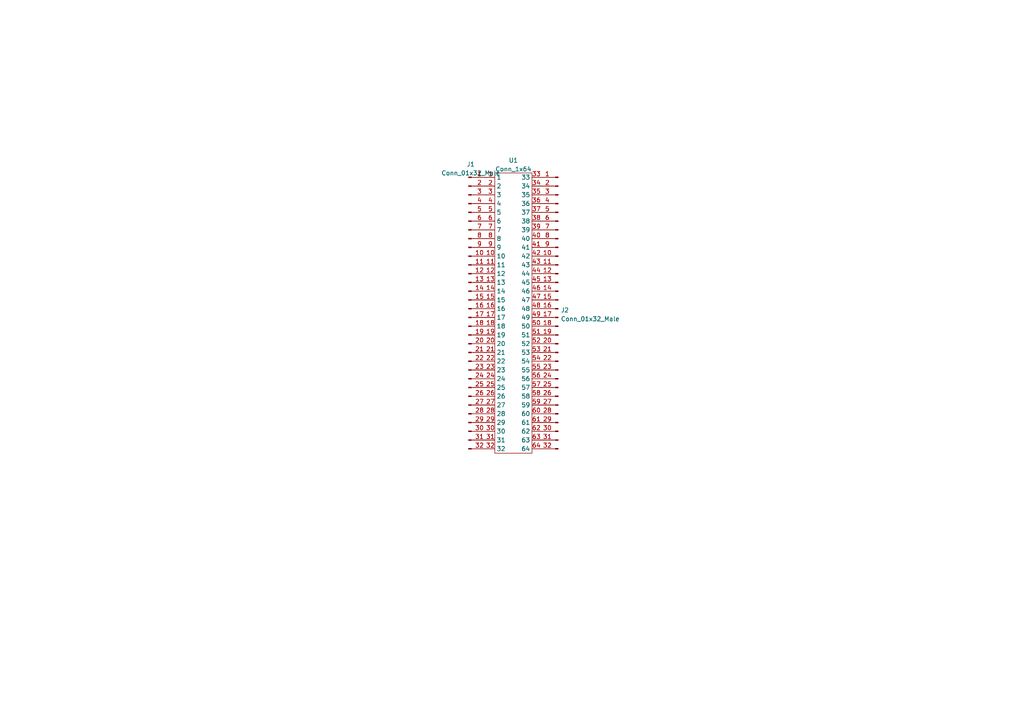
<source format=kicad_sch>
(kicad_sch (version 20211123) (generator eeschema)
  (paper "A4")
  (lib_symbols
    (symbol "Connector:Conn_01x32_Male" (pin_names (offset 1.016) hide)
      (property "Reference" "J" (at 0 40.64 0))
      (property "Value" "Conn_01x32_Male" (at 0 -43.18 0))
      (symbol "Conn_01x32_Male_1_1"
        (polyline (pts (xy 1.27 -40.64) (xy 0.8636 -40.64)) (stroke (width 0.1524)))
        (polyline (pts (xy 1.27 -38.1) (xy 0.8636 -38.1)) (stroke (width 0.1524)))
        (polyline (pts (xy 1.27 -35.56) (xy 0.8636 -35.56)) (stroke (width 0.1524)))
        (polyline (pts (xy 1.27 -33.02) (xy 0.8636 -33.02)) (stroke (width 0.1524)))
        (polyline (pts (xy 1.27 -30.48) (xy 0.8636 -30.48)) (stroke (width 0.1524)))
        (polyline (pts (xy 1.27 -27.94) (xy 0.8636 -27.94)) (stroke (width 0.1524)))
        (polyline (pts (xy 1.27 -25.4) (xy 0.8636 -25.4)) (stroke (width 0.1524)))
        (polyline (pts (xy 1.27 -22.86) (xy 0.8636 -22.86)) (stroke (width 0.1524)))
        (polyline (pts (xy 1.27 -20.32) (xy 0.8636 -20.32)) (stroke (width 0.1524)))
        (polyline (pts (xy 1.27 -17.78) (xy 0.8636 -17.78)) (stroke (width 0.1524)))
        (polyline (pts (xy 1.27 -15.24) (xy 0.8636 -15.24)) (stroke (width 0.1524)))
        (polyline (pts (xy 1.27 -12.7) (xy 0.8636 -12.7)) (stroke (width 0.1524)))
        (polyline (pts (xy 1.27 -10.16) (xy 0.8636 -10.16)) (stroke (width 0.1524)))
        (polyline (pts (xy 1.27 -7.62) (xy 0.8636 -7.62)) (stroke (width 0.1524)))
        (polyline (pts (xy 1.27 -5.08) (xy 0.8636 -5.08)) (stroke (width 0.1524)))
        (polyline (pts (xy 1.27 -2.54) (xy 0.8636 -2.54)) (stroke (width 0.1524)))
        (polyline (pts (xy 1.27 0) (xy 0.8636 0)) (stroke (width 0.1524)))
        (polyline (pts (xy 1.27 2.54) (xy 0.8636 2.54)) (stroke (width 0.1524)))
        (polyline (pts (xy 1.27 5.08) (xy 0.8636 5.08)) (stroke (width 0.1524)))
        (polyline (pts (xy 1.27 7.62) (xy 0.8636 7.62)) (stroke (width 0.1524)))
        (polyline (pts (xy 1.27 10.16) (xy 0.8636 10.16)) (stroke (width 0.1524)))
        (polyline (pts (xy 1.27 12.7) (xy 0.8636 12.7)) (stroke (width 0.1524)))
        (polyline (pts (xy 1.27 15.24) (xy 0.8636 15.24)) (stroke (width 0.1524)))
        (polyline (pts (xy 1.27 17.78) (xy 0.8636 17.78)) (stroke (width 0.1524)))
        (polyline (pts (xy 1.27 20.32) (xy 0.8636 20.32)) (stroke (width 0.1524)))
        (polyline (pts (xy 1.27 22.86) (xy 0.8636 22.86)) (stroke (width 0.1524)))
        (polyline (pts (xy 1.27 25.4) (xy 0.8636 25.4)) (stroke (width 0.1524)))
        (polyline (pts (xy 1.27 27.94) (xy 0.8636 27.94)) (stroke (width 0.1524)))
        (polyline (pts (xy 1.27 30.48) (xy 0.8636 30.48)) (stroke (width 0.1524)))
        (polyline (pts (xy 1.27 33.02) (xy 0.8636 33.02)) (stroke (width 0.1524)))
        (polyline (pts (xy 1.27 35.56) (xy 0.8636 35.56)) (stroke (width 0.1524)))
        (polyline (pts (xy 1.27 38.1) (xy 0.8636 38.1)) (stroke (width 0.1524)))
        (rectangle (start 0.8636 -40.513) (end 0 -40.767) (stroke (width 0.1524)) (fill (type outline)))
        (rectangle (start 0.8636 -37.973) (end 0 -38.227) (stroke (width 0.1524)) (fill (type outline)))
        (rectangle (start 0.8636 -35.433) (end 0 -35.687) (stroke (width 0.1524)) (fill (type outline)))
        (rectangle (start 0.8636 -32.893) (end 0 -33.147) (stroke (width 0.1524)) (fill (type outline)))
        (rectangle (start 0.8636 -30.353) (end 0 -30.607) (stroke (width 0.1524)) (fill (type outline)))
        (rectangle (start 0.8636 -27.813) (end 0 -28.067) (stroke (width 0.1524)) (fill (type outline)))
        (rectangle (start 0.8636 -25.273) (end 0 -25.527) (stroke (width 0.1524)) (fill (type outline)))
        (rectangle (start 0.8636 -22.733) (end 0 -22.987) (stroke (width 0.1524)) (fill (type outline)))
        (rectangle (start 0.8636 -20.193) (end 0 -20.447) (stroke (width 0.1524)) (fill (type outline)))
        (rectangle (start 0.8636 -17.653) (end 0 -17.907) (stroke (width 0.1524)) (fill (type outline)))
        (rectangle (start 0.8636 -15.113) (end 0 -15.367) (stroke (width 0.1524)) (fill (type outline)))
        (rectangle (start 0.8636 -12.573) (end 0 -12.827) (stroke (width 0.1524)) (fill (type outline)))
        (rectangle (start 0.8636 -10.033) (end 0 -10.287) (stroke (width 0.1524)) (fill (type outline)))
        (rectangle (start 0.8636 -7.493) (end 0 -7.747) (stroke (width 0.1524)) (fill (type outline)))
        (rectangle (start 0.8636 -4.953) (end 0 -5.207) (stroke (width 0.1524)) (fill (type outline)))
        (rectangle (start 0.8636 -2.413) (end 0 -2.667) (stroke (width 0.1524)) (fill (type outline)))
        (rectangle (start 0.8636 0.127) (end 0 -0.127) (stroke (width 0.1524)) (fill (type outline)))
        (rectangle (start 0.8636 2.667) (end 0 2.413) (stroke (width 0.1524)) (fill (type outline)))
        (rectangle (start 0.8636 5.207) (end 0 4.953) (stroke (width 0.1524)) (fill (type outline)))
        (rectangle (start 0.8636 7.747) (end 0 7.493) (stroke (width 0.1524)) (fill (type outline)))
        (rectangle (start 0.8636 10.287) (end 0 10.033) (stroke (width 0.1524)) (fill (type outline)))
        (rectangle (start 0.8636 12.827) (end 0 12.573) (stroke (width 0.1524)) (fill (type outline)))
        (rectangle (start 0.8636 15.367) (end 0 15.113) (stroke (width 0.1524)) (fill (type outline)))
        (rectangle (start 0.8636 17.907) (end 0 17.653) (stroke (width 0.1524)) (fill (type outline)))
        (rectangle (start 0.8636 20.447) (end 0 20.193) (stroke (width 0.1524)) (fill (type outline)))
        (rectangle (start 0.8636 22.987) (end 0 22.733) (stroke (width 0.1524)) (fill (type outline)))
        (rectangle (start 0.8636 25.527) (end 0 25.273) (stroke (width 0.1524)) (fill (type outline)))
        (rectangle (start 0.8636 28.067) (end 0 27.813) (stroke (width 0.1524)) (fill (type outline)))
        (rectangle (start 0.8636 30.607) (end 0 30.353) (stroke (width 0.1524)) (fill (type outline)))
        (rectangle (start 0.8636 33.147) (end 0 32.893) (stroke (width 0.1524)) (fill (type outline)))
        (rectangle (start 0.8636 35.687) (end 0 35.433) (stroke (width 0.1524)) (fill (type outline)))
        (rectangle (start 0.8636 38.227) (end 0 37.973) (stroke (width 0.1524)) (fill (type outline)))
        (pin passive line (at 5.08 38.1 180) (length 3.81) (name "Pin_1") (number "1"))
        (pin passive line (at 5.08 15.24 180) (length 3.81) (name "Pin_10") (number "10"))
        (pin passive line (at 5.08 12.7 180) (length 3.81) (name "Pin_11") (number "11"))
        (pin passive line (at 5.08 10.16 180) (length 3.81) (name "Pin_12") (number "12"))
        (pin passive line (at 5.08 7.62 180) (length 3.81) (name "Pin_13") (number "13"))
        (pin passive line (at 5.08 5.08 180) (length 3.81) (name "Pin_14") (number "14"))
        (pin passive line (at 5.08 2.54 180) (length 3.81) (name "Pin_15") (number "15"))
        (pin passive line (at 5.08 0 180) (length 3.81) (name "Pin_16") (number "16"))
        (pin passive line (at 5.08 -2.54 180) (length 3.81) (name "Pin_17") (number "17"))
        (pin passive line (at 5.08 -5.08 180) (length 3.81) (name "Pin_18") (number "18"))
        (pin passive line (at 5.08 -7.62 180) (length 3.81) (name "Pin_19") (number "19"))
        (pin passive line (at 5.08 35.56 180) (length 3.81) (name "Pin_2") (number "2"))
        (pin passive line (at 5.08 -10.16 180) (length 3.81) (name "Pin_20") (number "20"))
        (pin passive line (at 5.08 -12.7 180) (length 3.81) (name "Pin_21") (number "21"))
        (pin passive line (at 5.08 -15.24 180) (length 3.81) (name "Pin_22") (number "22"))
        (pin passive line (at 5.08 -17.78 180) (length 3.81) (name "Pin_23") (number "23"))
        (pin passive line (at 5.08 -20.32 180) (length 3.81) (name "Pin_24") (number "24"))
        (pin passive line (at 5.08 -22.86 180) (length 3.81) (name "Pin_25") (number "25"))
        (pin passive line (at 5.08 -25.4 180) (length 3.81) (name "Pin_26") (number "26"))
        (pin passive line (at 5.08 -27.94 180) (length 3.81) (name "Pin_27") (number "27"))
        (pin passive line (at 5.08 -30.48 180) (length 3.81) (name "Pin_28") (number "28"))
        (pin passive line (at 5.08 -33.02 180) (length 3.81) (name "Pin_29") (number "29"))
        (pin passive line (at 5.08 33.02 180) (length 3.81) (name "Pin_3") (number "3"))
        (pin passive line (at 5.08 -35.56 180) (length 3.81) (name "Pin_30") (number "30"))
        (pin passive line (at 5.08 -38.1 180) (length 3.81) (name "Pin_31") (number "31"))
        (pin passive line (at 5.08 -40.64 180) (length 3.81) (name "Pin_32") (number "32"))
        (pin passive line (at 5.08 30.48 180) (length 3.81) (name "Pin_4") (number "4"))
        (pin passive line (at 5.08 27.94 180) (length 3.81) (name "Pin_5") (number "5"))
        (pin passive line (at 5.08 25.4 180) (length 3.81) (name "Pin_6") (number "6"))
        (pin passive line (at 5.08 22.86 180) (length 3.81) (name "Pin_7") (number "7"))
        (pin passive line (at 5.08 20.32 180) (length 3.81) (name "Pin_8") (number "8"))
        (pin passive line (at 5.08 17.78 180) (length 3.81) (name "Pin_9") (number "9"))
      )
    )
    (symbol "asmr-kicad:Conn_1x64"
      (property "Reference" "U" (at 7.62 -0.635 0))
      (property "Value" "Conn_1x64" (at 7.62 -2.54 0))
      (symbol "Conn_1x64_0_1"
        (rectangle (start 2.54 -3.81) (end 13.335 -85.09) (stroke (width 0.1524)))
      )
      (symbol "Conn_1x64_1_1"
        (pin input line (at 0 -5.08 0) (length 2.54) (name "1") (number "1"))
        (pin input line (at 0 -27.94 0) (length 2.54) (name "10") (number "10"))
        (pin input line (at 0 -30.48 0) (length 2.54) (name "11") (number "11"))
        (pin input line (at 0 -33.02 0) (length 2.54) (name "12") (number "12"))
        (pin input line (at 0 -35.56 0) (length 2.54) (name "13") (number "13"))
        (pin input line (at 0 -38.1 0) (length 2.54) (name "14") (number "14"))
        (pin input line (at 0 -40.64 0) (length 2.54) (name "15") (number "15"))
        (pin input line (at 0 -43.18 0) (length 2.54) (name "16") (number "16"))
        (pin input line (at 0 -45.72 0) (length 2.54) (name "17") (number "17"))
        (pin input line (at 0 -48.26 0) (length 2.54) (name "18") (number "18"))
        (pin input line (at 0 -50.8 0) (length 2.54) (name "19") (number "19"))
        (pin input line (at 0 -7.62 0) (length 2.54) (name "2") (number "2"))
        (pin input line (at 0 -53.34 0) (length 2.54) (name "20") (number "20"))
        (pin input line (at 0 -55.88 0) (length 2.54) (name "21") (number "21"))
        (pin input line (at 0 -58.42 0) (length 2.54) (name "22") (number "22"))
        (pin input line (at 0 -60.96 0) (length 2.54) (name "23") (number "23"))
        (pin input line (at 0 -63.5 0) (length 2.54) (name "24") (number "24"))
        (pin input line (at 0 -66.04 0) (length 2.54) (name "25") (number "25"))
        (pin input line (at 0 -68.58 0) (length 2.54) (name "26") (number "26"))
        (pin input line (at 0 -71.12 0) (length 2.54) (name "27") (number "27"))
        (pin input line (at 0 -73.66 0) (length 2.54) (name "28") (number "28"))
        (pin input line (at 0 -76.2 0) (length 2.54) (name "29") (number "29"))
        (pin input line (at 0 -10.16 0) (length 2.54) (name "3") (number "3"))
        (pin input line (at 0 -78.74 0) (length 2.54) (name "30") (number "30"))
        (pin input line (at 0 -81.28 0) (length 2.54) (name "31") (number "31"))
        (pin input line (at 0 -83.82 0) (length 2.54) (name "32") (number "32"))
        (pin input line (at 15.875 -5.08 180) (length 2.54) (name "33") (number "33"))
        (pin input line (at 15.875 -7.62 180) (length 2.54) (name "34") (number "34"))
        (pin input line (at 15.875 -10.16 180) (length 2.54) (name "35") (number "35"))
        (pin input line (at 15.875 -12.7 180) (length 2.54) (name "36") (number "36"))
        (pin input line (at 15.875 -15.24 180) (length 2.54) (name "37") (number "37"))
        (pin input line (at 15.875 -17.78 180) (length 2.54) (name "38") (number "38"))
        (pin input line (at 15.875 -20.32 180) (length 2.54) (name "39") (number "39"))
        (pin input line (at 0 -12.7 0) (length 2.54) (name "4") (number "4"))
        (pin input line (at 15.875 -22.86 180) (length 2.54) (name "40") (number "40"))
        (pin input line (at 15.875 -25.4 180) (length 2.54) (name "41") (number "41"))
        (pin input line (at 15.875 -27.94 180) (length 2.54) (name "42") (number "42"))
        (pin input line (at 15.875 -30.48 180) (length 2.54) (name "43") (number "43"))
        (pin input line (at 15.875 -33.02 180) (length 2.54) (name "44") (number "44"))
        (pin input line (at 15.875 -35.56 180) (length 2.54) (name "45") (number "45"))
        (pin input line (at 15.875 -38.1 180) (length 2.54) (name "46") (number "46"))
        (pin input line (at 15.875 -40.64 180) (length 2.54) (name "47") (number "47"))
        (pin input line (at 15.875 -43.18 180) (length 2.54) (name "48") (number "48"))
        (pin input line (at 15.875 -45.72 180) (length 2.54) (name "49") (number "49"))
        (pin input line (at 0 -15.24 0) (length 2.54) (name "5") (number "5"))
        (pin input line (at 15.875 -48.26 180) (length 2.54) (name "50") (number "50"))
        (pin input line (at 15.875 -50.8 180) (length 2.54) (name "51") (number "51"))
        (pin input line (at 15.875 -53.34 180) (length 2.54) (name "52") (number "52"))
        (pin input line (at 15.875 -55.88 180) (length 2.54) (name "53") (number "53"))
        (pin input line (at 15.875 -58.42 180) (length 2.54) (name "54") (number "54"))
        (pin input line (at 15.875 -60.96 180) (length 2.54) (name "55") (number "55"))
        (pin input line (at 15.875 -63.5 180) (length 2.54) (name "56") (number "56"))
        (pin input line (at 15.875 -66.04 180) (length 2.54) (name "57") (number "57"))
        (pin input line (at 15.875 -68.58 180) (length 2.54) (name "58") (number "58"))
        (pin input line (at 15.875 -71.12 180) (length 2.54) (name "59") (number "59"))
        (pin input line (at 0 -17.78 0) (length 2.54) (name "6") (number "6"))
        (pin input line (at 15.875 -73.66 180) (length 2.54) (name "60") (number "60"))
        (pin input line (at 15.875 -76.2 180) (length 2.54) (name "61") (number "61"))
        (pin input line (at 15.875 -78.74 180) (length 2.54) (name "62") (number "62"))
        (pin input line (at 15.875 -81.28 180) (length 2.54) (name "63") (number "63"))
        (pin input line (at 15.875 -83.82 180) (length 2.54) (name "64") (number "64"))
        (pin input line (at 0 -20.32 0) (length 2.54) (name "7") (number "7"))
        (pin input line (at 0 -22.86 0) (length 2.54) (name "8") (number "8"))
        (pin input line (at 0 -25.4 0) (length 2.54) (name "9") (number "9"))
      )
    )
  )
  (symbol (lib_id "Connector:Conn_01x32_Male") (at 161.925 89.535 0) (mirror y) (unit 1)
    (property "Reference" "J2" (at 162.6362 89.9703 0) (effects (justify right)))
    (property "Value" "Conn_01x32_Male" (at 162.6362 92.5072 0) (effects (justify right)))
    (property "Footprint" "ASMR_footprints:Conn_FFC_1x32_0.5mm_Molex_5019513210" (effects hide))
  )
  (symbol (lib_id "asmr-kicad:Conn_1x64") (at 140.97 46.355 0) (unit 1)
    (property "Reference" "U1" (at 148.9075 46.516 0))
    (property "Value" "Conn_1x64" (at 148.9075 49.0529 0))
    (property "Footprint" "ASMR_footprints:captouch_4x16_self_cap_circles" (effects hide))
  )
  (symbol (lib_id "Connector:Conn_01x32_Male") (at 135.89 89.535 0) (unit 1)
    (property "Reference" "J1" (at 136.525 47.659 0))
    (property "Value" "Conn_01x32_Male" (at 136.525 50.1959 0))
    (property "Footprint" "ASMR_footprints:Conn_FFC_1x32_0.5mm_Molex_5019513210" (effects hide))
  )
)
</source>
